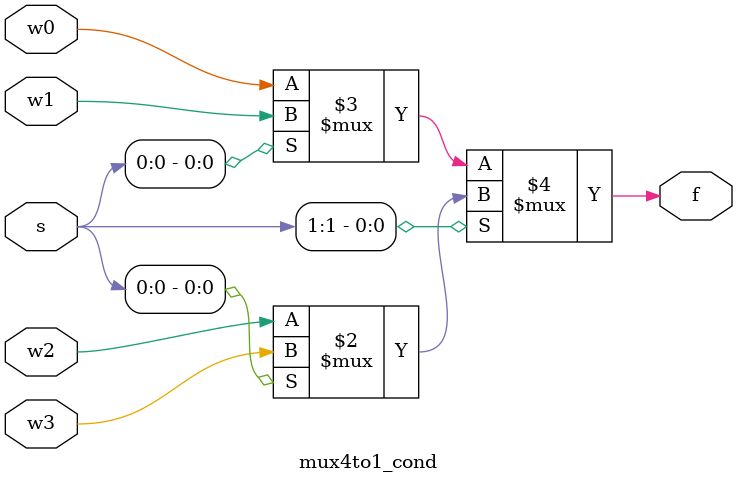
<source format=v>
module mux4to1_cond(f,w0,w1,w2,w3,s);
input w0,w1,w2,w3;
input [1:0]s;
output reg f;
always @(*)
f=s[1]?(s[0]?w3:w2):(s[0]?w1:w0);
endmodule
</source>
